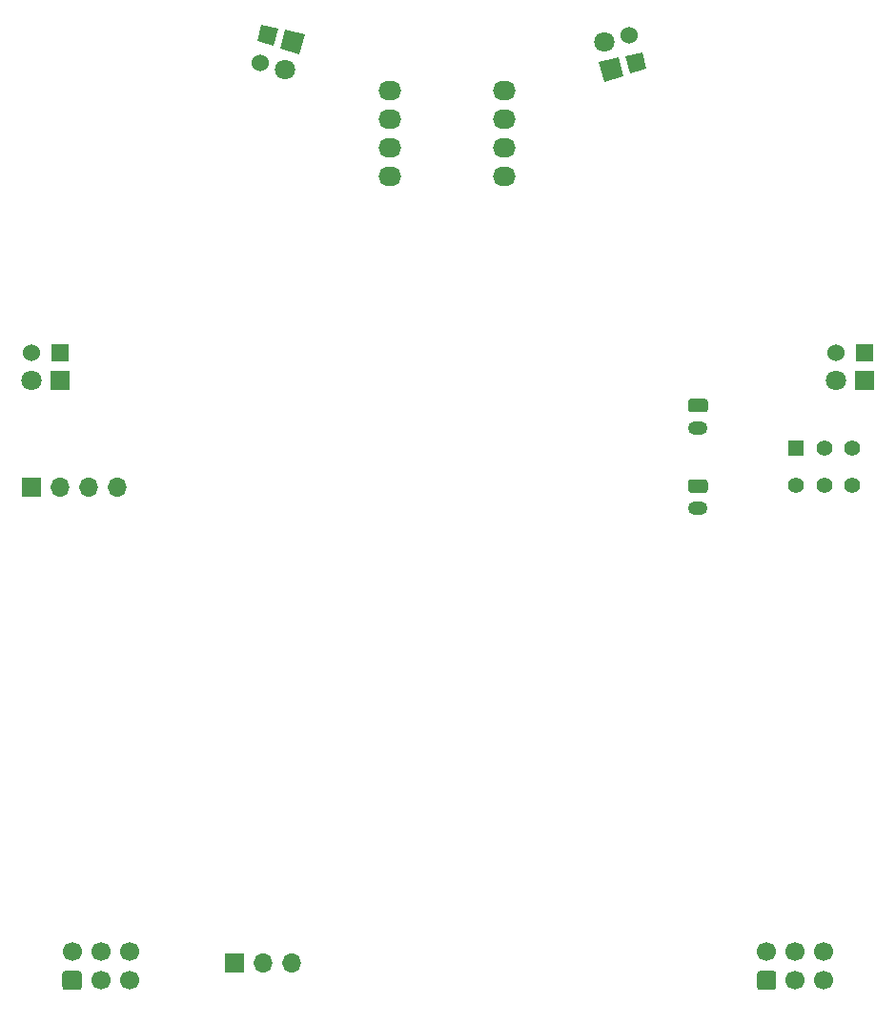
<source format=gbr>
%TF.GenerationSoftware,KiCad,Pcbnew,(5.1.8-0-10_14)*%
%TF.CreationDate,2021-01-24T15:40:33+09:00*%
%TF.ProjectId,Micromouse,4d696372-6f6d-46f7-9573-652e6b696361,rev?*%
%TF.SameCoordinates,Original*%
%TF.FileFunction,Soldermask,Bot*%
%TF.FilePolarity,Negative*%
%FSLAX46Y46*%
G04 Gerber Fmt 4.6, Leading zero omitted, Abs format (unit mm)*
G04 Created by KiCad (PCBNEW (5.1.8-0-10_14)) date 2021-01-24 15:40:33*
%MOMM*%
%LPD*%
G01*
G04 APERTURE LIST*
%ADD10O,1.750000X1.200000*%
%ADD11O,2.032000X1.727200*%
%ADD12C,0.100000*%
%ADD13C,1.524000*%
%ADD14C,1.800000*%
%ADD15R,1.800000X1.800000*%
%ADD16C,1.700000*%
%ADD17R,1.524000X1.524000*%
%ADD18R,1.400000X1.400000*%
%ADD19C,1.400000*%
%ADD20O,1.700000X1.700000*%
%ADD21R,1.700000X1.700000*%
G04 APERTURE END LIST*
%TO.C,CN2*%
G36*
G01*
X166274999Y-87350000D02*
X167525001Y-87350000D01*
G75*
G02*
X167775000Y-87599999I0J-249999D01*
G01*
X167775000Y-88300001D01*
G75*
G02*
X167525001Y-88550000I-249999J0D01*
G01*
X166274999Y-88550000D01*
G75*
G02*
X166025000Y-88300001I0J249999D01*
G01*
X166025000Y-87599999D01*
G75*
G02*
X166274999Y-87350000I249999J0D01*
G01*
G37*
D10*
X166900000Y-89950000D03*
%TD*%
%TO.C,CN1*%
X166900000Y-97100000D03*
G36*
G01*
X166274999Y-94500000D02*
X167525001Y-94500000D01*
G75*
G02*
X167775000Y-94749999I0J-249999D01*
G01*
X167775000Y-95450001D01*
G75*
G02*
X167525001Y-95700000I-249999J0D01*
G01*
X166274999Y-95700000D01*
G75*
G02*
X166025000Y-95450001I0J249999D01*
G01*
X166025000Y-94749999D01*
G75*
G02*
X166274999Y-94500000I249999J0D01*
G01*
G37*
%TD*%
D11*
%TO.C,U7*%
X139520000Y-59990000D03*
X139520000Y-62530000D03*
X139520000Y-65070000D03*
X139520000Y-67610000D03*
X149680000Y-59990000D03*
X149680000Y-62530000D03*
X149680000Y-65070000D03*
X149680000Y-67610000D03*
%TD*%
D12*
%TO.C,Q7*%
G36*
X128118585Y-54113292D02*
G01*
X129590656Y-54507733D01*
X129196215Y-55979804D01*
X127724144Y-55585363D01*
X128118585Y-54113292D01*
G37*
D13*
X128000000Y-57500000D03*
%TD*%
D12*
%TO.C,D8*%
G36*
X130221004Y-54544278D02*
G01*
X131959670Y-55010152D01*
X131493796Y-56748818D01*
X129755130Y-56282944D01*
X130221004Y-54544278D01*
G37*
D14*
X130200000Y-58100000D03*
%TD*%
D15*
%TO.C,D9*%
X110240000Y-85700000D03*
D14*
X107700000Y-85700000D03*
%TD*%
D16*
%TO.C,J7*%
X116380000Y-136460000D03*
X113840000Y-136460000D03*
X111300000Y-136460000D03*
X116380000Y-139000000D03*
X113840000Y-139000000D03*
G36*
G01*
X111900000Y-139850000D02*
X110700000Y-139850000D01*
G75*
G02*
X110450000Y-139600000I0J250000D01*
G01*
X110450000Y-138400000D01*
G75*
G02*
X110700000Y-138150000I250000J0D01*
G01*
X111900000Y-138150000D01*
G75*
G02*
X112150000Y-138400000I0J-250000D01*
G01*
X112150000Y-139600000D01*
G75*
G02*
X111900000Y-139850000I-250000J0D01*
G01*
G37*
%TD*%
%TO.C,J8*%
X178080000Y-136460000D03*
X175540000Y-136460000D03*
X173000000Y-136460000D03*
X178080000Y-139000000D03*
X175540000Y-139000000D03*
G36*
G01*
X173600000Y-139850000D02*
X172400000Y-139850000D01*
G75*
G02*
X172150000Y-139600000I0J250000D01*
G01*
X172150000Y-138400000D01*
G75*
G02*
X172400000Y-138150000I250000J0D01*
G01*
X173600000Y-138150000D01*
G75*
G02*
X173850000Y-138400000I0J-250000D01*
G01*
X173850000Y-139600000D01*
G75*
G02*
X173600000Y-139850000I-250000J0D01*
G01*
G37*
%TD*%
D13*
%TO.C,Q5*%
X160742600Y-55046548D03*
D12*
G36*
X162333256Y-58038815D02*
G01*
X160861185Y-58433256D01*
X160466744Y-56961185D01*
X161938815Y-56566744D01*
X162333256Y-58038815D01*
G37*
%TD*%
D13*
%TO.C,Q3*%
X179160000Y-83300000D03*
D17*
X181700000Y-83300000D03*
%TD*%
D14*
%TO.C,D7*%
X158542600Y-55646548D03*
D12*
G36*
X160302270Y-58736396D02*
G01*
X158563604Y-59202270D01*
X158097730Y-57463604D01*
X159836396Y-56997730D01*
X160302270Y-58736396D01*
G37*
%TD*%
D14*
%TO.C,D6*%
X179160000Y-85700000D03*
D15*
X181700000Y-85700000D03*
%TD*%
D13*
%TO.C,Q9*%
X107700000Y-83300000D03*
D17*
X110240000Y-83300000D03*
%TD*%
D18*
%TO.C,ON*%
X175600000Y-91700000D03*
D19*
X178100000Y-91700000D03*
X180600000Y-91700000D03*
X175600000Y-95000000D03*
X178100000Y-95000000D03*
X180600000Y-95000000D03*
%TD*%
D20*
%TO.C,J6*%
X115320000Y-95200000D03*
X112780000Y-95200000D03*
X110240000Y-95200000D03*
D21*
X107700000Y-95200000D03*
%TD*%
D20*
%TO.C,J1*%
X130780000Y-137425000D03*
X128240000Y-137425000D03*
D21*
X125700000Y-137425000D03*
%TD*%
M02*

</source>
